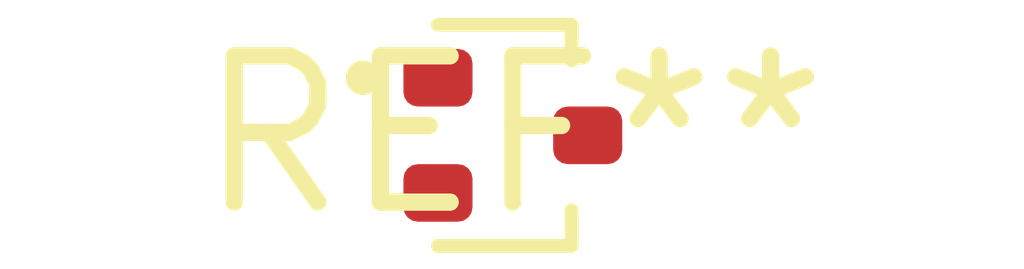
<source format=kicad_pcb>
(kicad_pcb (version 20240108) (generator pcbnew)
  (layers (0 "F.Cu" signal) (31 "B.Cu" signal) (34 "B.Paste" user) (35 "F.Paste" user) (36 "B.SilkS" user "B.Silkscreen") (37 "F.SilkS" user "F.Silkscreen") (38 "B.Mask" user) (39 "F.Mask" user) (44 "Edge.Cuts" user))
  (net 0 "")
  (footprint "SOT-416" (layer "F.Cu") (at 0 0)
    (property "Reference" "REF**")
    (property "Value" "SOT-416")
    (fp_line (start 0.51 -0.96) (end -0.65 -0.96) (layer "F.SilkS") (stroke (width 0.12)))
    (fp_line (start 0.51 -0.96) (end 0.51 -0.65) (layer "F.SilkS") (stroke (width 0.12)))
    (fp_line (start 0.51 0.96) (end -0.65 0.96) (layer "F.SilkS") (stroke (width 0.12)))
    (fp_line (start 0.51 0.96) (end 0.51 0.65) (layer "F.SilkS") (stroke (width 0.12)))
    (fp_circle (center -1.3 -0.5) (end -1.15 -0.5) (layer "F.SilkS") (fill solid))
    (pad "1" smd roundrect (at -0.65 -0.5) (size 0.6 0.5) (layers "F.Cu" "F.Paste" "F.Mask"))
    (pad "2" smd roundrect (at -0.65 0.5) (size 0.6 0.5) (layers "F.Cu" "F.Paste" "F.Mask"))
    (pad "3" smd roundrect (at 0.65 0) (size 0.6 0.5) (layers "F.Cu" "F.Paste" "F.Mask"))
  )
)
</source>
